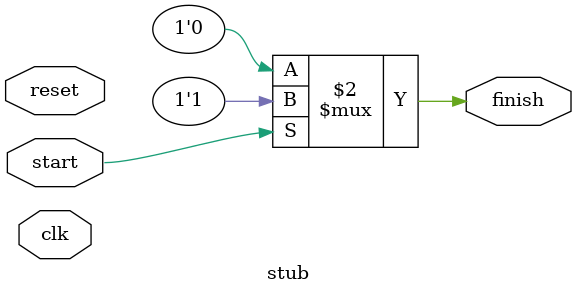
<source format=sv>

module stub 
(
  input  logic  clk,
  input  logic  reset,
  input  logic  start,
  output logic  finish,
  hc_buffers_if buffer
);

  assign finish = (start) ? 1'b1 : 1'b0;

endmodule : stub

// taf!

</source>
